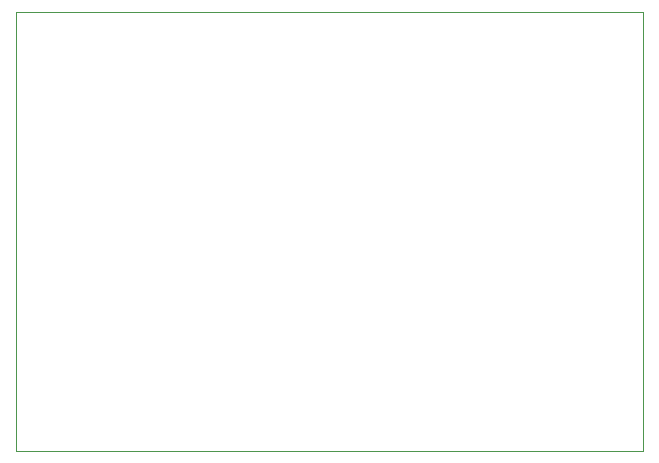
<source format=gbr>
%TF.GenerationSoftware,KiCad,Pcbnew,7.0.9*%
%TF.CreationDate,2023-12-11T15:29:27+01:00*%
%TF.ProjectId,MPX5100DP-THT-board,4d505835-3130-4304-9450-2d5448542d62,1.2*%
%TF.SameCoordinates,Original*%
%TF.FileFunction,Profile,NP*%
%FSLAX46Y46*%
G04 Gerber Fmt 4.6, Leading zero omitted, Abs format (unit mm)*
G04 Created by KiCad (PCBNEW 7.0.9) date 2023-12-11 15:29:27*
%MOMM*%
%LPD*%
G01*
G04 APERTURE LIST*
%TA.AperFunction,Profile*%
%ADD10C,0.100000*%
%TD*%
G04 APERTURE END LIST*
D10*
X39624000Y-24257000D02*
X92710000Y-24257000D01*
X92710000Y-61468000D01*
X39624000Y-61468000D01*
X39624000Y-24257000D01*
M02*

</source>
